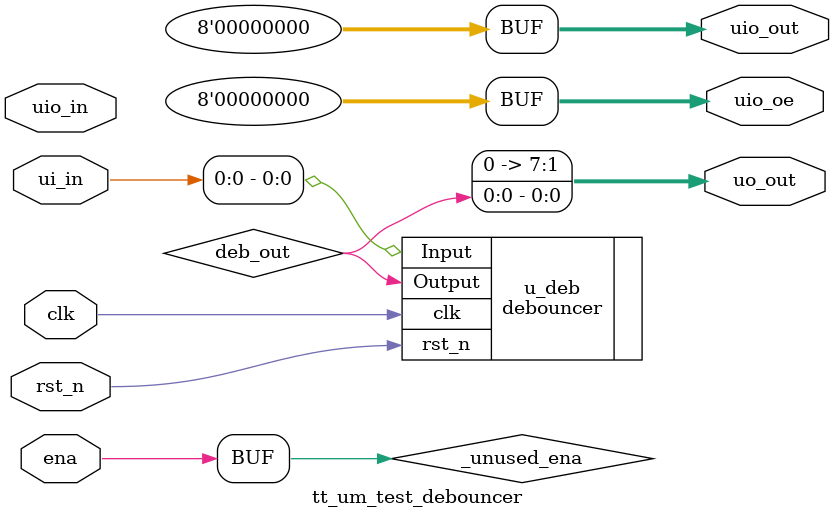
<source format=v>
`timescale 1ns / 1ps

module tt_um_test_debouncer (
    input  wire [7:0] ui_in,
    output wire [7:0] uo_out,
    input  wire [7:0] uio_in,
    output wire [7:0] uio_out,
    output wire [7:0] uio_oe,
    input  wire       clk,
    input  wire       rst_n,
    input  wire       ena
);

    // Required by Tiny Tapeout
    assign uio_out = 8'b0;
    assign uio_oe  = 8'b0;

    wire _unused_ena = ena;
    wire _unused_uio = |uio_in;

    wire deb_out;

    debouncer u_deb (
        .clk   (clk),
        .rst_n (rst_n),
        .Input (ui_in[0]),
        .Output(deb_out)
    );

    assign uo_out[0] = deb_out;
    assign uo_out[7:1] = 7'b0;

endmodule

</source>
